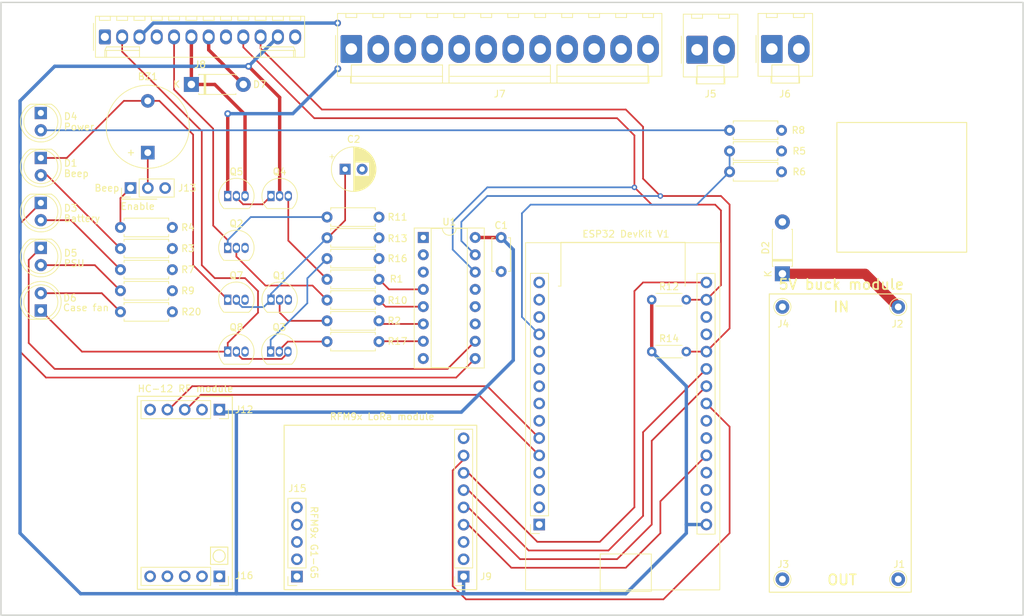
<source format=kicad_pcb>
(kicad_pcb (version 20211014) (generator pcbnew)
  (title_block (title "Greenhouse control unit") (date "2022-10-30") (rev "2"))
  (layers (0 "F.Cu" signal) (1 "In1.Cu" signal) (2 "In2.Cu" signal) (31 "B.Cu" signal) (34 "B.Paste" user) (35 "F.Paste" user) (36 "B.SilkS" user "B.Silkscreen") (37 "F.SilkS" user "F.Silkscreen") (38 "B.Mask" user) (39 "F.Mask" user) (44 "Edge.Cuts" user))
  (net 0 "")
  (net 1 "GND")
  (net 2 "Net-(BZ1-Pad1)")
  (net 3 "+5V")
  (net 4 "Net-(D3-Pad2)")
  (net 5 "+3V3")
  (net 6 "/HC12_SET")
  (net 7 "Net-(C2-Pad1)")
  (net 8 "Net-(D5-Pad2)")
  (net 9 "Net-(D6-Pad2)")
  (net 13 "/RFM95_EN")
  (net 14 "/RFM95_RST")
  (net 25 "/CaseFan_Sink")
  (net 26 "Net-(D1-Pad2)")
  (net 27 "Net-(D4-Pad2)")
  (net 29 "/Buck+12V")
  (net 30 "+12V")
  (net 31 "/BattRelayNC_A")
  (net 33 "/IO_PsuRelay_EN")
  (net 34 "/IO_BatteryLed")
  (net 35 "/IO_PsuLed")
  (net 36 "/IO_Batt_EN")
  (net 37 "Net-(J13-Pad1)")
  (net 38 "/IO_Beep")
  (net 39 "/IO_CaseFan_EN")
  (net 41 "/Batt+12V")
  (net 42 "Net-(BZ1-Pad2)")
  (net 43 "Net-(Q3-Pad1)")
  (net 44 "Net-(Q4-Pad1)")
  (net 45 "Net-(Q1-Pad2)")
  (net 46 "Net-(Q3-Pad2)")
  (net 47 "/I2C_SDA")
  (net 48 "/I2C_SCL")
  (net 49 "/RFM95_IRQ")
  (net 50 "/SCLK")
  (net 51 "/MISO")
  (net 52 "/MOSI")
  (net 53 "/RFM95_CS")
  (net 59 "Net-(Q3-Pad3)")
  (net 69 "/HC12_RX")
  (net 70 "/HC12_TX")
  (net 74 "/VSense")
  (net 75 "Net-(Q4-Pad3)")
  (net 76 "Net-(Q2-Pad2)")
  (net 77 "/PsuRelayNC_IN")
  (footprint "Connector_PinHeader_2.54mm:PinHeader_1x03_P2.54mm_Vertical" (layer "F.Cu") (at 91.1468 71.7296 90)
    (fp_text reference "J13" (at 0 8.3162) (layer "F.SilkS"))
    (fp_text value "Beep_Jumper")
    (fp_text user "Enable" (at -2.6924 1.0518 unlocked) (layer "F.SilkS"))
    (fp_text user "Beep" (at 0 -3.4694 unlocked) (layer "F.SilkS"))
    (pad "1" thru_hole rect (at 0 0 90) (size 1.7 1.7) (drill 1) (layers *.Cu *.Mask) (net 37 "Net-(J13-Pad1)"))
    (pad "2" thru_hole oval (at 0 2.54 90) (size 1.7 1.7) (drill 1) (layers *.Cu *.Mask) (net 2 "Net-(BZ1-Pad1)"))
    (pad "3" thru_hole oval (at 0 5.08 90) (size 1.7 1.7) (drill 1) (layers *.Cu *.Mask))
  )
  (footprint "Connector_Pin:Pin_D1.0mm_L10.0mm" (layer "F.Cu") (at 186.8216 129.1925 180)
    (fp_text reference "J3" (at -0.1224 2.1925) (layer "F.SilkS"))
    (fp_text value "Buck_Conn_01x01_Female")
    (pad "1" thru_hole circle (at 0 0 180) (size 2 2) (drill 1) (layers *.Cu *.Mask) (net 1 "GND"))
  )
  (footprint "MountingHole:MountingHole_3mm" (layer "F.Cu") (at 77.1356 129.4645)
    (fp_text reference "H3" hide)
    (fp_text value "MountingHole")
    (pad "" np_thru_hole circle locked (at 0 0) (size 3 3) (drill 3) (layers *.Cu *.Mask))
  )
  (footprint "LED_THT:LED_D5.0mm" (layer "F.Cu") (at 77.978 60.706 -90)
    (fp_text reference "D4" (at 0.508 -3.302 180) (layer "F.SilkS") (effects (justify left)))
    (fp_text value "LED")
    (fp_text user "${Purpose}" (at 2.032 -3.302 unlocked) (layer "F.SilkS") (effects (justify left)))
    (pad "1" thru_hole rect (at 0 0 270) (size 1.8 1.8) (drill 0.9) (layers *.Cu *.Mask) (net 1 "GND"))
    (pad "2" thru_hole circle (at 2.54 0 270) (size 1.8 1.8) (drill 0.9) (layers *.Cu *.Mask) (net 27 "Net-(D4-Pad2)"))
  )
  (footprint "Connector_Pin:Pin_D1.0mm_L10.0mm" (layer "F.Cu") (at 203.8216 89.1925 180)
    (fp_text reference "J2" (at 0.1136 -2.5015) (layer "F.SilkS"))
    (fp_text value "Buck_Conn_01x01_Female")
    (pad "1" thru_hole circle (at 0 0 180) (size 2 2) (drill 1) (layers *.Cu *.Mask) (net 29 "/Buck+12V"))
  )
  (footprint "Connector_Pin:Pin_D1.0mm_L10.0mm" (layer "F.Cu") (at 203.8216 129.1925 180)
    (fp_text reference "J1" (at -0.1404 2.1925) (layer "F.SilkS"))
    (fp_text value "Buck_Conn_01x01_Female")
    (pad "1" thru_hole circle (at 0 0 180) (size 2 2) (drill 1) (layers *.Cu *.Mask) (net 3 "+5V"))
  )
  (footprint "LED_THT:LED_D5.0mm" (layer "F.Cu") (at 77.978 80.518 -90)
    (fp_text reference "D5" (at 0.762 -3.302 180) (layer "F.SilkS") (effects (justify left)))
    (fp_text value "LED")
    (fp_text user "${Purpose}" (at 2.286 -3.302 unlocked) (layer "F.SilkS") (effects (justify left)))
    (pad "1" thru_hole rect (at 0 0 270) (size 1.8 1.8) (drill 0.9) (layers *.Cu *.Mask) (net 35 "/IO_PsuLed"))
    (pad "2" thru_hole circle (at 2.54 0 270) (size 1.8 1.8) (drill 0.9) (layers *.Cu *.Mask) (net 8 "Net-(D5-Pad2)"))
  )
  (footprint "Resistor_THT:R_Axial_DIN0207_L6.3mm_D2.5mm_P7.62mm_Horizontal" (layer "F.Cu") (at 119.9896 82.0928)
    (fp_text reference "R16" (at 8.7884 0) (layer "F.SilkS") (effects (justify left)))
    (fp_text value "1k")
    (pad "1" thru_hole circle (at 0 0) (size 1.6 1.6) (drill 0.8) (layers *.Cu *.Mask) (net 43 "Net-(Q3-Pad1)"))
    (pad "2" thru_hole oval (at 7.62 0) (size 1.6 1.6) (drill 0.8) (layers *.Cu *.Mask) (net 3 "+5V"))
  )
  (footprint "Connector_PinSocket_2.54mm:PinSocket_1x05_P2.54mm_Vertical" (layer "F.Cu") (at 104.177 128.769 -90)
    (fp_text reference "J16" (at -0.107 -3.646 180) (layer "F.SilkS"))
    (fp_text value "Conn_01x05_Female")
    (pad "1" thru_hole rect (at 0 0 270) (size 1.7 1.7) (drill 1) (layers *.Cu *.Mask))
    (pad "2" thru_hole oval (at 0 2.54 270) (size 1.7 1.7) (drill 1) (layers *.Cu *.Mask))
    (pad "3" thru_hole oval (at 0 5.08 270) (size 1.7 1.7) (drill 1) (layers *.Cu *.Mask))
    (pad "4" thru_hole oval (at 0 7.62 270) (size 1.7 1.7) (drill 1) (layers *.Cu *.Mask))
    (pad "5" thru_hole oval (at 0 10.16 270) (size 1.7 1.7) (drill 1) (layers *.Cu *.Mask))
  )
  (footprint "Package_TO_SOT_THT:TO-92_Inline" (layer "F.Cu") (at 111.76 88.138)
    (fp_text reference "Q1" (at 1.27 -3.56) (layer "F.SilkS"))
    (fp_text value "BC547")
    (pad "1" thru_hole rect (at 0 0) (size 1.05 1.5) (drill 0.75) (layers *.Cu *.Mask) (net 7 "Net-(C2-Pad1)"))
    (pad "2" thru_hole oval (at 1.27 0) (size 1.05 1.5) (drill 0.75) (layers *.Cu *.Mask) (net 45 "Net-(Q1-Pad2)"))
    (pad "3" thru_hole oval (at 2.54 0) (size 1.05 1.5) (drill 0.75) (layers *.Cu *.Mask) (net 1 "GND"))
  )
  (footprint "Resistor_THT:R_Axial_DIN0207_L6.3mm_D2.5mm_P7.62mm_Horizontal" (layer "F.Cu") (at 127.6096 91.2368 180)
    (fp_text reference "R2" (at -1.1684 0) (layer "F.SilkS") (effects (justify left)))
    (fp_text value "33k")
    (pad "1" thru_hole circle (at 0 0 180) (size 1.6 1.6) (drill 0.8) (layers *.Cu *.Mask) (net 38 "/IO_Beep"))
    (pad "2" thru_hole oval (at 7.62 0 180) (size 1.6 1.6) (drill 0.8) (layers *.Cu *.Mask) (net 45 "Net-(Q1-Pad2)"))
  )
  (footprint "Resistor_THT:R_Axial_DIN0207_L6.3mm_D2.5mm_P7.62mm_Horizontal" (layer "F.Cu") (at 186.69 66.294 180)
    (fp_text reference "R5" (at -1.524 0 180) (layer "F.SilkS") (effects (justify left)))
    (fp_text value "1M")
    (pad "1" thru_hole circle (at 0 0 180) (size 1.6 1.6) (drill 0.8) (layers *.Cu *.Mask) (net 30 "+12V"))
    (pad "2" thru_hole oval (at 7.62 0 180) (size 1.6 1.6) (drill 0.8) (layers *.Cu *.Mask) (net 74 "/VSense"))
  )
  (footprint "Capacitor_THT:C_Disc_D4.7mm_W2.5mm_P5.00mm" (layer "F.Cu") (at 145.542 78.994 -90)
    (fp_text reference "C1" (at -1.778 0 180) (layer "F.SilkS"))
    (fp_text value "10nF")
    (pad "1" thru_hole circle (at 0 0 270) (size 1.6 1.6) (drill 0.8) (layers *.Cu *.Mask) (net 5 "+3V3"))
    (pad "2" thru_hole circle (at 5 0 270) (size 1.6 1.6) (drill 0.8) (layers *.Cu *.Mask) (net 1 "GND"))
  )
  (footprint "Connector_Molex:Molex_KK-396_A-41791-0002_1x02_P3.96mm_Vertical" (layer "F.Cu") (at 185.27 51.308)
    (fp_text reference "J6" (at 1.928 6.604) (layer "F.SilkS"))
    (fp_text value "Molex_KK-396_01x02")
    (pad "1" thru_hole roundrect (at 0 0) (size 3.16 4.1) (drill 1.7) (layers *.Cu *.Mask) (roundrect_rratio 0.079114) (net 41 "/Batt+12V"))
    (pad "2" thru_hole oval (at 3.96 0) (size 3.16 4.1) (drill 1.7) (layers *.Cu *.Mask) (net 1 "GND"))
  )
  (footprint "Connector_Molex:Molex_KK-254_AE-6410-12A_1x12_P2.54mm_Vertical" (layer "F.Cu") (at 87.376 49.53)
    (fp_text reference "J8" (at 13.97 4.064) (layer "F.SilkS"))
    (fp_text value "Molex_KK-254_01x12")
    (pad "1" thru_hole roundrect (at 0 0) (size 1.74 2.19) (drill 1.19) (layers *.Cu *.Mask) (roundrect_rratio 0.143678) (net 3 "+5V"))
    (pad "2" thru_hole oval (at 2.54 0) (size 1.74 2.19) (drill 1.19) (layers *.Cu *.Mask) (net 25 "/CaseFan_Sink"))
    (pad "3" thru_hole oval (at 5.08 0) (size 1.74 2.19) (drill 1.19) (layers *.Cu *.Mask) (net 30 "+12V"))
    (pad "4" thru_hole oval (at 7.62 0) (size 1.74 2.19) (drill 1.19) (layers *.Cu *.Mask) (net 1 "GND"))
    (pad "5" thru_hole oval (at 10.16 0) (size 1.74 2.19) (drill 1.19) (layers *.Cu *.Mask) (net 77 "/PsuRelayNC_IN"))
    (pad "6" thru_hole oval (at 12.7 0) (size 1.74 2.19) (drill 1.19) (layers *.Cu *.Mask) (net 31 "/BattRelayNC_A"))
    (pad "7" thru_hole oval (at 15.24 0) (size 1.74 2.19) (drill 1.19) (layers *.Cu *.Mask) (net 1 "GND"))
    (pad "8" thru_hole oval (at 17.78 0) (size 1.74 2.19) (drill 1.19) (layers *.Cu *.Mask))
    (pad "9" thru_hole oval (at 20.32 0) (size 1.74 2.19) (drill 1.19) (layers *.Cu *.Mask) (net 48 "/I2C_SCL"))
    (pad "10" thru_hole oval (at 22.86 0) (size 1.74 2.19) (drill 1.19) (layers *.Cu *.Mask) (net 47 "/I2C_SDA"))
    (pad "11" thru_hole oval (at 25.4 0) (size 1.74 2.19) (drill 1.19) (layers *.Cu *.Mask) (net 5 "+3V3"))
    (pad "12" thru_hole oval (at 27.94 0) (size 1.74 2.19) (drill 1.19) (layers *.Cu *.Mask) (net 1 "GND"))
  )
  (footprint "Resistor_THT:R_Axial_DIN0207_L6.3mm_D2.5mm_P7.62mm_Horizontal" (layer "F.Cu") (at 179.07 69.342)
    (fp_text reference "R6" (at 9.144 0 180) (layer "F.SilkS") (effects (justify left)))
    (fp_text value "220k")
    (pad "1" thru_hole circle (at 0 0) (size 1.6 1.6) (drill 0.8) (layers *.Cu *.Mask) (net 74 "/VSense"))
    (pad "2" thru_hole oval (at 7.62 0) (size 1.6 1.6) (drill 0.8) (layers *.Cu *.Mask) (net 1 "GND"))
  )
  (footprint "Resistor_THT:R_Axial_DIN0207_L6.3mm_D2.5mm_P7.62mm_Horizontal" (layer "F.Cu") (at 127.6096 79.0448 180)
    (fp_text reference "R13" (at -1.1684 -0.1016) (layer "F.SilkS") (effects (justify left)))
    (fp_text value "1k")
    (pad "1" thru_hole circle (at 0 0 180) (size 1.6 1.6) (drill 0.8) (layers *.Cu *.Mask) (net 3 "+5V"))
    (pad "2" thru_hole oval (at 7.62 0 180) (size 1.6 1.6) (drill 0.8) (layers *.Cu *.Mask) (net 7 "Net-(C2-Pad1)"))
  )
  (footprint "Package_TO_SOT_THT:TO-92_Inline" (layer "F.Cu") (at 105.41 95.758)
    (fp_text reference "Q8" (at 1.27 -3.556 180) (layer "F.SilkS"))
    (fp_text value "BC337")
    (pad "1" thru_hole rect (at 0 0) (size 1.05 1.5) (drill 0.75) (layers *.Cu *.Mask) (net 25 "/CaseFan_Sink"))
    (pad "2" thru_hole oval (at 1.27 0) (size 1.05 1.5) (drill 0.75) (layers *.Cu *.Mask) (net 59 "Net-(Q3-Pad3)"))
    (pad "3" thru_hole oval (at 2.54 0) (size 1.05 1.5) (drill 0.75) (layers *.Cu *.Mask) (net 1 "GND"))
  )
  (footprint "Capacitor_THT:CP_Radial_D6.3mm_P2.50mm" (layer "F.Cu") (at 122.642621 68.961)
    (fp_text reference "C2" (at 1.25 -4.4) (layer "F.SilkS"))
    (fp_text value "100uF")
    (pad "1" thru_hole rect (at 0 0) (size 1.6 1.6) (drill 0.8) (layers *.Cu *.Mask) (net 7 "Net-(C2-Pad1)"))
    (pad "2" thru_hole circle (at 2.5 0) (size 1.6 1.6) (drill 0.8) (layers *.Cu *.Mask) (net 1 "GND"))
  )
  (footprint "Connector_Pin:Pin_D1.0mm_L10.0mm" (layer "F.Cu") (at 186.8216 89.1925 180)
    (fp_text reference "J4" (at -0.1224 -2.5015) (layer "F.SilkS"))
    (fp_text value "Buck_Conn_01x01_Female")
    (pad "1" thru_hole circle (at 0 0 180) (size 2 2) (drill 1) (layers *.Cu *.Mask) (net 1 "GND"))
  )
  (footprint "LED_THT:LED_D5.0mm" (layer "F.Cu") (at 77.978 89.7178 90)
    (fp_text reference "D6" (at 1.8338 4.2672 180) (layer "F.SilkS"))
    (fp_text value "LED")
    (fp_text user "${Purpose}" (at 0.4114 3.175 unlocked) (layer "F.SilkS") (effects (justify left)))
    (pad "1" thru_hole rect (at 0 0 90) (size 1.8 1.8) (drill 0.9) (layers *.Cu *.Mask) (net 25 "/CaseFan_Sink"))
    (pad "2" thru_hole circle (at 2.54 0 90) (size 1.8 1.8) (drill 0.9) (layers *.Cu *.Mask) (net 9 "Net-(D6-Pad2)"))
  )
  (footprint "Diode_THT:D_DO-41_SOD81_P7.62mm_Horizontal" (layer "F.Cu") (at 186.817 84.328 90)
    (fp_text reference "D2" (at 3.81 -2.47 90) (layer "F.SilkS"))
    (fp_text value "D")
    (fp_text user "K" (at 0 -2.1 90) (layer "F.SilkS"))
    (pad "1" thru_hole rect (at 0 0 90) (size 2.2 2.2) (drill 1.1) (layers *.Cu *.Mask) (net 29 "/Buck+12V"))
    (pad "2" thru_hole oval (at 7.62 0 90) (size 2.2 2.2) (drill 1.1) (layers *.Cu *.Mask) (net 30 "+12V"))
  )
  (footprint "Connector_PinSocket_2.54mm:PinSocket_1x05_P2.54mm_Vertical" (layer "F.Cu") (at 104.177 104.278 -90)
    (fp_text reference "J12" (at 0 -3.646 180) (layer "F.SilkS"))
    (fp_text value "Conn_01x05_Female")
    (fp_text user "${Module}" (at -3.0734 4.9715 unlocked) (layer "F.SilkS"))
    (pad "1" thru_hole rect (at 0 0 270) (size 1.7 1.7) (drill 1) (layers *.Cu *.Mask) (net 5 "+3V3"))
    (pad "2" thru_hole oval (at 0 2.54 270) (size 1.7 1.7) (drill 1) (layers *.Cu *.Mask) (net 1 "GND"))
    (pad "3" thru_hole oval (at 0 5.08 270) (size 1.7 1.7) (drill 1) (layers *.Cu *.Mask) (net 69 "/HC12_RX"))
    (pad "4" thru_hole oval (at 0 7.62 270) (size 1.7 1.7) (drill 1) (layers *.Cu *.Mask) (net 70 "/HC12_TX"))
    (pad "5" thru_hole oval (at 0 10.16 270) (size 1.7 1.7) (drill 1) (layers *.Cu *.Mask) (net 6 "/HC12_SET"))
  )
  (footprint "Resistor_THT:R_Axial_DIN0207_L6.3mm_D2.5mm_P7.62mm_Horizontal" (layer "F.Cu") (at 97.282 89.916 180)
    (fp_text reference "R20" (at -2.794 0) (layer "F.SilkS"))
    (fp_text value "2k")
    (pad "1" thru_hole circle (at 0 0 180) (size 1.6 1.6) (drill 0.8) (layers *.Cu *.Mask) (net 3 "+5V"))
    (pad "2" thru_hole oval (at 7.62 0 180) (size 1.6 1.6) (drill 0.8) (layers *.Cu *.Mask) (net 9 "Net-(D6-Pad2)"))
  )
  (footprint "Nick:PinSocket_ESP32_DevKitV1" (layer "F.Cu") (at 163.83 103.378)
    (fp_text reference "J10" hide)
    (fp_text value "Conn_ESP32_DevKitV1_Female")
    (fp_text user "ESP32 DevKit V1" (at 0.024 -24.892 unlocked) (layer "F.SilkS"))
    (pad "1" thru_hole rect (at -12.7 17.78 180) (size 1.7 1.7) (drill 1) (layers *.Cu *.Mask) (net 3 "+5V"))
    (pad "2" thru_hole oval (at -12.7 15.24 180) (size 1.7 1.7) (drill 1) (layers *.Cu *.Mask))
    (pad "3" thru_hole oval (at -12.7 12.7 180) (size 1.7 1.7) (drill 1) (layers *.Cu *.Mask))
    (pad "4" thru_hole oval (at -12.7 10.16 180) (size 1.7 1.7) (drill 1) (layers *.Cu *.Mask))
    (pad "5" thru_hole oval (at -12.7 7.62 180) (size 1.7 1.7) (drill 1) (layers *.Cu *.Mask) (net 69 "/HC12_RX"))
    (pad "6" thru_hole oval (at -12.7 5.08 180) (size 1.7 1.7) (drill 1) (layers *.Cu *.Mask) (net 70 "/HC12_TX"))
    (pad "7" thru_hole oval (at -12.7 2.54 180) (size 1.7 1.7) (drill 1) (layers *.Cu *.Mask))
    (pad "8" thru_hole oval (at -12.7 0 180) (size 1.7 1.7) (drill 1) (layers *.Cu *.Mask))
    (pad "9" thru_hole oval (at -12.7 -2.54 180) (size 1.7 1.7) (drill 1) (layers *.Cu *.Mask))
    (pad "10" thru_hole oval (at -12.7 -5.08 180) (size 1.7 1.7) (drill 1) (layers *.Cu *.Mask))
    (pad "11" thru_hole oval (at -12.7 -7.62 180) (size 1.7 1.7) (drill 1) (layers *.Cu *.Mask))
    (pad "12" thru_hole oval (at -12.7 -10.16 180) (size 1.7 1.7) (drill 1) (layers *.Cu *.Mask) (net 74 "/VSense"))
    (pad "13" thru_hole oval (at -12.7 -12.7 180) (size 1.7 1.7) (drill 1) (layers *.Cu *.Mask))
    (pad "14" thru_hole oval (at -12.7 -15.24 180) (size 1.7 1.7) (drill 1) (layers *.Cu *.Mask))
    (pad "15" thru_hole oval (at -12.7 -17.78 180) (size 1.7 1.7) (drill 1) (layers *.Cu *.Mask))
    (pad "16" thru_hole oval (at 11.83 17.78) (size 1.7 1.7) (drill 1) (layers *.Cu *.Mask) (net 5 "+3V3"))
    (pad "17" thru_hole oval (at 11.83 15.24) (size 1.7 1.7) (drill 1) (layers *.Cu *.Mask))
    (pad "18" thru_hole oval (at 11.83 12.7) (size 1.7 1.7) (drill 1) (layers *.Cu *.Mask))
    (pad "19" thru_hole oval (at 11.83 10.16) (size 1.7 1.7) (drill 1) (layers *.Cu *.Mask))
    (pad "20" thru_hole oval (at 11.83 7.62) (size 1.7 1.7) (drill 1) (layers *.Cu *.Mask) (net 49 "/RFM95_IRQ"))
    (pad "21" thru_hole oval (at 11.83 5.08) (size 1.7 1.7) (drill 1) (layers *.Cu *.Mask))
    (pad "22" thru_hole oval (at 11.83 2.54) (size 1.7 1.7) (drill 1) (layers *.Cu *.Mask))
    (pad "23" thru_hole oval (at 11.83 0) (size 1.7 1.7) (drill 1) (layers *.Cu *.Mask) (net 53 "/RFM95_CS"))
    (pad "24" thru_hole oval (at 11.83 -2.54) (size 1.7 1.7) (drill 1) (layers *.Cu *.Mask) (net 50 "/SCLK"))
    (pad "25" thru_hole oval (at 11.83 -5.08) (size 1.7 1.7) (drill 1) (layers *.Cu *.Mask) (net 51 "/MISO"))
    (pad "26" thru_hole oval (at 11.83 -7.62) (size 1.7 1.7) (drill 1) (layers *.Cu *.Mask) (net 47 "/I2C_SDA"))
    (pad "27" thru_hole oval (at 11.83 -10.16) (size 1.7 1.7) (drill 1) (layers *.Cu *.Mask))
    (pad "28" thru_hole oval (at 11.83 -12.7) (size 1.7 1.7) (drill 1) (layers *.Cu *.Mask))
    (pad "29" thru_hole oval (at 11.83 -15.24) (size 1.7 1.7) (drill 1) (layers *.Cu *.Mask) (net 48 "/I2C_SCL"))
    (pad "30" thru_hole oval (at 11.83 -17.78) (size 1.7 1.7) (drill 1) (layers *.Cu *.Mask) (net 52 "/MOSI"))
  )
  (footprint "Package_TO_SOT_THT:TO-92_Inline" (layer "F.Cu") (at 105.41 80.518)
    (fp_text reference "Q2" (at 1.27 -3.56) (layer "F.SilkS"))
    (fp_text value "BC547")
    (pad "1" thru_hole rect (at 0 0) (size 1.05 1.5) (drill 0.75) (layers *.Cu *.Mask) (net 77 "/PsuRelayNC_IN"))
    (pad "2" thru_hole oval (at 1.27 0) (size 1.05 1.5) (drill 0.75) (layers *.Cu *.Mask) (net 76 "Net-(Q2-Pad2)"))
    (pad "3" thru_hole oval (at 2.54 0) (size 1.05 1.5) (drill 0.75) (layers *.Cu *.Mask) (net 1 "GND"))
  )
  (footprint "Package_TO_SOT_THT:TO-92_Inline" (layer "F.Cu") (at 111.7092 95.758)
    (fp_text reference "Q3" (at 1.27 -3.56) (layer "F.SilkS"))
    (fp_text value "BC547")
    (pad "1" thru_hole rect (at 0 0) (size 1.05 1.5) (drill 0.75) (layers *.Cu *.Mask) (net 43 "Net-(Q3-Pad1)"))
    (pad "2" thru_hole oval (at 1.27 0) (size 1.05 1.5) (drill 0.75) (layers *.Cu *.Mask) (net 46 "Net-(Q3-Pad2)"))
    (pad "3" thru_hole oval (at 2.54 0) (size 1.05 1.5) (drill 0.75) (layers *.Cu *.Mask) (net 59 "Net-(Q3-Pad3)"))
  )
  (footprint "Package_DIP:DIP-16_W7.62mm_Socket" (layer "F.Cu") (at 134.112 78.994)
    (fp_text reference "U1" (at 3.81 -2.286 180) (layer "F.SilkS"))
    (fp_text value "PCF8574")
    (pad "1" thru_hole rect (at 0 0) (size 1.6 1.6) (drill 0.8) (layers *.Cu *.Mask) (net 1 "GND"))
    (pad "2" thru_hole oval (at 0 2.54) (size 1.6 1.6) (drill 0.8) (layers *.Cu *.Mask) (net 1 "GND"))
    (pad "3" thru_hole oval (at 0 5.08) (size 1.6 1.6) (drill 0.8) (layers *.Cu *.Mask) (net 1 "GND"))
    (pad "4" thru_hole oval (at 0 7.62) (size 1.6 1.6) (drill 0.8) (layers *.Cu *.Mask) (net 36 "/IO_Batt_EN"))
    (pad "5" thru_hole oval (at 0 10.16) (size 1.6 1.6) (drill 0.8) (layers *.Cu *.Mask) (net 33 "/IO_PsuRelay_EN"))
    (pad "6" thru_hole oval (at 0 12.7) (size 1.6 1.6) (drill 0.8) (layers *.Cu *.Mask) (net 38 "/IO_Beep"))
    (pad "7" thru_hole oval (at 0 15.24) (size 1.6 1.6) (drill 0.8) (layers *.Cu *.Mask) (net 39 "/IO_CaseFan_EN"))
    (pad "8" thru_hole oval (at 0 17.78) (size 1.6 1.6) (drill 0.8) (layers *.Cu *.Mask) (net 1 "GND"))
    (pad "9" thru_hole oval (at 7.62 17.78) (size 1.6 1.6) (drill 0.8) (layers *.Cu *.Mask) (net 34 "/IO_BatteryLed"))
    (pad "10" thru_hole oval (at 7.62 15.24) (size 1.6 1.6) (drill 0.8) (layers *.Cu *.Mask) (net 35 "/IO_PsuLed"))
    (pad "11" thru_hole oval (at 7.62 12.7) (size 1.6 1.6) (drill 0.8) (layers *.Cu *.Mask))
    (pad "12" thru_hole oval (at 7.62 10.16) (size 1.6 1.6) (drill 0.8) (layers *.Cu *.Mask))
    (pad "13" thru_hole oval (at 7.62 7.62) (size 1.6 1.6) (drill 0.8) (layers *.Cu *.Mask))
    (pad "14" thru_hole oval (at 7.62 5.08) (size 1.6 1.6) (drill 0.8) (layers *.Cu *.Mask) (net 48 "/I2C_SCL"))
    (pad "15" thru_hole oval (at 7.62 2.54) (size 1.6 1.6) (drill 0.8) (layers *.Cu *.Mask) (net 47 "/I2C_SDA"))
    (pad "16" thru_hole oval (at 7.62 0) (size 1.6 1.6) (drill 0.8) (layers *.Cu *.Mask) (net 5 "+3V3"))
  )
  (footprint "Connector_PinSocket_2.54mm:PinSocket_1x09_P2.54mm_Vertical" (layer "F.Cu") (at 140.0306 128.8038 180)
    (fp_text reference "J9" (at -3.282783 0 180) (layer "F.SilkS"))
    (fp_text value "Conn_01x09")
    (fp_text user "${Module}" (at 11.957217 23.495 unlocked) (layer "F.SilkS"))
    (pad "1" thru_hole rect (at 0 0 180) (size 1.7 1.7) (drill 1) (layers *.Cu *.Mask) (net 5 "+3V3"))
    (pad "2" thru_hole oval (at 0 2.54 180) (size 1.7 1.7) (drill 1) (layers *.Cu *.Mask) (net 1 "GND"))
    (pad "3" thru_hole oval (at 0 5.08 180) (size 1.7 1.7) (drill 1) (layers *.Cu *.Mask) (net 13 "/RFM95_EN"))
    (pad "4" thru_hole oval (at 0 7.62 180) (size 1.7 1.7) (drill 1) (layers *.Cu *.Mask) (net 49 "/RFM95_IRQ"))
    (pad "5" thru_hole oval (at 0 10.16 180) (size 1.7 1.7) (drill 1) (layers *.Cu *.Mask) (net 50 "/SCLK"))
    (pad "6" thru_hole oval (at 0 12.7 180) (size 1.7 1.7) (drill 1) (layers *.Cu *.Mask) (net 51 "/MISO"))
    (pad "7" thru_hole oval (at 0 15.24 180) (size 1.7 1.7) (drill 1) (layers *.Cu *.Mask) (net 52 "/MOSI"))
    (pad "8" thru_hole oval (at 0 17.78 180) (size 1.7 1.7) (drill 1) (layers *.Cu *.Mask) (net 53 "/RFM95_CS"))
    (pad "9" thru_hole oval (at 0 20.32 180) (size 1.7 1.7) (drill 1) (layers *.Cu *.Mask) (net 14 "/RFM95_RST"))
  )
  (footprint "Buzzer_Beeper:Buzzer_12x9.5RM7.6" (layer "F.Cu") (at 93.6752 66.528 90)
    (fp_text reference "BZ1" (at 11.166 0) (layer "F.SilkS"))
    (fp_text value "10mA beep")
    (fp_text user "+" (at -0.01 -2.54 90) (layer "F.SilkS"))
    (pad "1" thru_hole rect (at 0 0 90) (size 2 2) (drill 1) (layers *.Cu *.Mask) (net 2 "Net-(BZ1-Pad1)"))
    (pad "2" thru_hole circle (at 7.6 0 90) (size 2 2) (drill 1) (layers *.Cu *.Mask) (net 42 "Net-(BZ1-Pad2)"))
  )
  (footprint "Package_TO_SOT_THT:TO-92_Inline" (layer "F.Cu") (at 111.76 72.898)
    (fp_text reference "Q4" (at 1.27 -3.56) (layer "F.SilkS"))
    (fp_text value "BC547")
    (pad "1" thru_hole rect (at 0 0) (size 1.05 1.5) (drill 0.75) (layers *.Cu *.Mask) (net 44 "Net-(Q4-Pad1)"))
    (pad "2" thru_hole oval (at 1.27 0) (size 1.05 1.5) (drill 0.75) (layers *.Cu *.Mask) (net 5 "+3V3"))
    (pad "3" thru_hole oval (at 2.54 0) (size 1.05 1.5) (drill 0.75) (layers *.Cu *.Mask) (net 75 "Net-(Q4-Pad3)"))
  )
  (footprint "Resistor_THT:R_Axial_DIN0207_L6.3mm_D2.5mm_P7.62mm_Horizontal" (layer "F.Cu") (at 127.6096 75.9968 180)
    (fp_text reference "R11" (at -1.1684 0 180) (layer "F.SilkS") (effects (justify left)))
    (fp_text value "1k")
    (pad "1" thru_hole circle (at 0 0 180) (size 1.6 1.6) (drill 0.8) (layers *.Cu *.Mask) (net 3 "+5V"))
    (pad "2" thru_hole oval (at 7.62 0 180) (size 1.6 1.6) (drill 0.8) (layers *.Cu *.Mask) (net 77 "/PsuRelayNC_IN"))
  )
  (footprint "Resistor_THT:R_Axial_DIN0204_L3.6mm_D1.6mm_P5.08mm_Horizontal" (layer "F.Cu") (at 167.64 88.138)
    (fp_text reference "R12" (at 2.54 -1.92) (layer "F.SilkS"))
    (fp_text value "10k")
    (pad "1" thru_hole circle (at 0 0) (size 1.4 1.4) (drill 0.7) (layers *.Cu *.Mask) (net 5 "+3V3"))
    (pad "2" thru_hole oval (at 5.08 0) (size 1.4 1.4) (drill 0.7) (layers *.Cu *.Mask) (net 48 "/I2C_SCL"))
  )
  (footprint "Resistor_THT:R_Axial_DIN0204_L3.6mm_D1.6mm_P5.08mm_Horizontal" (layer "F.Cu") (at 167.64 95.758)
    (fp_text reference "R14" (at 2.54 -1.92) (layer "F.SilkS"))
    (fp_text value "10k")
    (pad "1" thru_hole circle (at 0 0) (size 1.4 1.4) (drill 0.7) (layers *.Cu *.Mask) (net 5 "+3V3"))
    (pad "2" thru_hole oval (at 5.08 0) (size 1.4 1.4) (drill 0.7) (layers *.Cu *.Mask) (net 47 "/I2C_SDA"))
  )
  (footprint "Resistor_THT:R_Axial_DIN0207_L6.3mm_D2.5mm_P7.62mm_Horizontal" (layer "F.Cu") (at 186.69 63.246 180)
    (fp_text reference "R8" (at -1.397 0 180) (layer "F.SilkS") (effects (justify left)))
    (fp_text value "10k")
    (pad "1" thru_hole circle (at 0 0 180) (size 1.6 1.6) (drill 0.8) (layers *.Cu *.Mask) (net 30 "+12V"))
    (pad "2" thru_hole oval (at 7.62 0 180) (size 1.6 1.6) (drill 0.8) (layers *.Cu *.Mask) (net 27 "Net-(D4-Pad2)"))
  )
  (footprint "Connector_PinSocket_2.54mm:PinSocket_1x05_P2.54mm_Vertical" (layer "F.Cu") (at 115.57 128.7988 180)
    (fp_text reference "J15" (at -0.057383 12.949 180) (layer "F.SilkS"))
    (fp_text value "Conn_01x05_Female")
    (fp_text user "${Module}" (at -2.5146 5.0038 270 unlocked) (layer "F.SilkS"))
    (pad "1" thru_hole rect (at 0 0 180) (size 1.7 1.7) (drill 1) (layers *.Cu *.Mask))
    (pad "2" thru_hole oval (at 0 2.54 180) (size 1.7 1.7) (drill 1) (layers *.Cu *.Mask))
    (pad "3" thru_hole oval (at 0 5.08 180) (size 1.7 1.7) (drill 1) (layers *.Cu *.Mask))
    (pad "4" thru_hole oval (at 0 7.62 180) (size 1.7 1.7) (drill 1) (layers *.Cu *.Mask))
    (pad "5" thru_hole oval (at 0 10.16 180) (size 1.7 1.7) (drill 1) (layers *.Cu *.Mask))
  )
  (footprint "Resistor_THT:R_Axial_DIN0207_L6.3mm_D2.5mm_P7.62mm_Horizontal" (layer "F.Cu") (at 127.6096 94.2848 180)
    (fp_text reference "R17" (at -1.1684 0.0508) (layer "F.SilkS") (effects (justify left)))
    (fp_text value "33k")
    (pad "1" thru_hole circle (at 0 0 180) (size 1.6 1.6) (drill 0.8) (layers *.Cu *.Mask) (net 39 "/IO_CaseFan_EN"))
    (pad "2" thru_hole oval (at 7.62 0 180) (size 1.6 1.6) (drill 0.8) (layers *.Cu *.Mask) (net 46 "Net-(Q3-Pad2)"))
  )
  (footprint "Package_TO_SOT_THT:TO-92_Inline" (layer "F.Cu") (at 105.41 88.138)
    (fp_text reference "Q7" (at 1.27 -3.556) (layer "F.SilkS"))
    (fp_text value "BC337")
    (pad "1" thru_hole rect (at 0 0) (size 1.05 1.5) (drill 0.75) (layers *.Cu *.Mask) (net 42 "Net-(BZ1-Pad2)"))
    (pad "2" thru_hole oval (at 1.27 0) (size 1.05 1.5) (drill 0.75) (layers *.Cu *.Mask) (net 7 "Net-(C2-Pad1)"))
    (pad "3" thru_hole oval (at 2.54 0) (size 1.05 1.5) (drill 0.75) (layers *.Cu *.Mask) (net 1 "GND"))
  )
  (footprint "Connector_Molex:Molex_KK-396_A-41791-0002_1x02_P3.96mm_Vertical" (layer "F.Cu") (at 174.296 51.413)
    (fp_text reference "J5" (at 1.98 6.499) (layer "F.SilkS"))
    (fp_text value "Molex_KK-396_01x02")
    (pad "1" thru_hole roundrect (at 0 0) (size 3.16 4.1) (drill 1.7) (layers *.Cu *.Mask) (roundrect_rratio 0.079114) (net 30 "+12V"))
    (pad "2" thru_hole oval (at 3.96 0) (size 3.16 4.1) (drill 1.7) (layers *.Cu *.Mask) (net 1 "GND"))
  )
  (footprint "Resistor_THT:R_Axial_DIN0207_L6.3mm_D2.5mm_P7.62mm_Horizontal" (layer "F.Cu") (at 97.282 83.7184 180)
    (fp_text reference "R7" (at -2.286 0 180) (layer "F.SilkS"))
    (fp_text value "2k")
    (pad "1" thru_hole circle (at 0 0 180) (size 1.6 1.6) (drill 0.8) (layers *.Cu *.Mask) (net 3 "+5V"))
    (pad "2" thru_hole oval (at 7.62 0 180) (size 1.6 1.6) (drill 0.8) (layers *.Cu *.Mask) (net 4 "Net-(D3-Pad2)"))
  )
  (footprint "LED_THT:LED_D5.0mm" (layer "F.Cu") (at 77.978 67.31 -90)
    (fp_text reference "D1" (at 0.762 -3.302 180) (layer "F.SilkS") (effects (justify left)))
    (fp_text value "LED")
    (fp_text user "${Purpose}" (at 2.286 -3.302 unlocked) (layer "F.SilkS") (effects (justify left)))
    (pad "1" thru_hole rect (at 0 0 270) (size 1.8 1.8) (drill 0.9) (layers *.Cu *.Mask) (net 42 "Net-(BZ1-Pad2)"))
    (pad "2" thru_hole circle (at 2.54 0 270) (size 1.8 1.8) (drill 0.9) (layers *.Cu *.Mask) (net 26 "Net-(D1-Pad2)"))
  )
  (footprint "Resistor_THT:R_Axial_DIN0207_L6.3mm_D2.5mm_P7.62mm_Horizontal" (layer "F.Cu") (at 127.6096 88.1888 180)
    (fp_text reference "R10" (at -1.1684 -0.0508 180) (layer "F.SilkS") (effects (justify left)))
    (fp_text value "33k")
    (pad "1" thru_hole circle (at 0 0 180) (size 1.6 1.6) (drill 0.8) (layers *.Cu *.Mask) (net 33 "/IO_PsuRelay_EN"))
    (pad "2" thru_hole oval (at 7.62 0 180) (size 1.6 1.6) (drill 0.8) (layers *.Cu *.Mask) (net 76 "Net-(Q2-Pad2)"))
  )
  (footprint "Resistor_THT:R_Axial_DIN0207_L6.3mm_D2.5mm_P7.62mm_Horizontal" (layer "F.Cu") (at 127.6096 85.1408 180)
    (fp_text reference "R1" (at -2.5654 0.0508) (layer "F.SilkS"))
    (fp_text value "1k")
    (pad "1" thru_hole circle (at 0 0 180) (size 1.6 1.6) (drill 0.8) (layers *.Cu *.Mask) (net 36 "/IO_Batt_EN"))
    (pad "2" thru_hole oval (at 7.62 0 180) (size 1.6 1.6) (drill 0.8) (layers *.Cu *.Mask) (net 75 "Net-(Q4-Pad3)"))
  )
  (footprint "Resistor_THT:R_Axial_DIN0207_L6.3mm_D2.5mm_P7.62mm_Horizontal" (layer "F.Cu") (at 97.282 77.5208 180)
    (fp_text reference "R4" (at -2.286 0 180) (layer "F.SilkS"))
    (fp_text value "100R")
    (pad "1" thru_hole circle (at 0 0 180) (size 1.6 1.6) (drill 0.8) (layers *.Cu *.Mask) (net 3 "+5V"))
    (pad "2" thru_hole oval (at 7.62 0 180) (size 1.6 1.6) (drill 0.8) (layers *.Cu *.Mask) (net 37 "Net-(J13-Pad1)"))
  )
  (footprint "LED_THT:LED_D5.0mm" (layer "F.Cu") (at 77.978 73.914 -90)
    (fp_text reference "D3" (at 0.762 -3.302 180) (layer "F.SilkS") (effects (justify left)))
    (fp_text value "LED")
    (fp_text user "${Purpose}" (at 2.286 -3.302 unlocked) (layer "F.SilkS") (effects (justify left)))
    (pad "1" thru_hole rect (at 0 0 270) (size 1.8 1.8) (drill 0.9) (layers *.Cu *.Mask) (net 34 "/IO_BatteryLed"))
    (pad "2" thru_hole circle (at 2.54 0 270) (size 1.8 1.8) (drill 0.9) (layers *.Cu *.Mask) (net 4 "Net-(D3-Pad2)"))
  )
  (footprint "MountingHole:MountingHole_3mm" (layer "F.Cu") (at 77.1356 49.4645)
    (fp_text reference "H1" hide)
    (fp_text value "MountingHole")
    (pad "" np_thru_hole circle locked (at 0 0) (size 3 3) (drill 3) (layers *.Cu *.Mask))
  )
  (footprint "Diode_THT:D_DO-41_SOD81_P7.62mm_Horizontal" (layer "F.Cu") (at 100.076 56.515)
    (fp_text reference "D7" (at 10.033 0) (layer "F.SilkS"))
    (fp_text value "FR107")
    (fp_text user "K" (at -2.159 0) (layer "F.SilkS"))
    (pad "1" thru_hole rect (at 0 0) (size 2.2 2.2) (drill 1.1) (layers *.Cu *.Mask) (net 31 "/BattRelayNC_A"))
    (pad "2" thru_hole oval (at 7.62 0) (size 2.2 2.2) (drill 1.1) (layers *.Cu *.Mask) (net 1 "GND"))
  )
  (footprint "Connector_Molex:Molex_KK-396_A-41791-0012_1x12_P3.96mm_Vertical" (layer "F.Cu") (at 123.548 51.308)
    (fp_text reference "J7" (at 21.78 6.604) (layer "F.SilkS"))
    (fp_text value "Molex_KK-396_01x12")
    (pad "1" thru_hole roundrect (at 0 0) (size 3.16 4.1) (drill 1.7) (layers *.Cu *.Mask) (roundrect_rratio 0.079114) (net 30 "+12V"))
    (pad "2" thru_hole oval (at 3.96 0) (size 3.16 4.1) (drill 1.7) (layers *.Cu *.Mask) (net 1 "GND"))
    (pad "3" thru_hole oval (at 7.92 0) (size 3.16 4.1) (drill 1.7) (layers *.Cu *.Mask) (net 30 "+12V"))
    (pad "4" thru_hole oval (at 11.88 0) (size 3.16 4.1) (drill 1.7) (layers *.Cu *.Mask) (net 1 "GND"))
    (pad "5" thru_hole oval (at 15.84 0) (size 3.16 4.1) (drill 1.7) (layers *.Cu *.Mask) (net 30 "+12V"))
    (pad "6" thru_hole oval (at 19.8 0) (size 3.16 4.1) (drill 1.7) (layers *.Cu *.Mask) (net 1 "GND"))
    (pad "7" thru_hole oval (at 23.76 0) (size 3.16 4.1) (drill 1.7) (layers *.Cu *.Mask) (net 30 "+12V"))
    (pad "8" thru_hole oval (at 27.72 0) (size 3.16 4.1) (drill 1.7) (layers *.Cu *.Mask) (net 1 "GND"))
    (pad "9" thru_hole oval (at 31.68 0) (size 3.16 4.1) (drill 1.7) (layers *.Cu *.Mask) (net 30 "+12V"))
    (pad "10" thru_hole oval (at 35.64 0) (size 3.16 4.1) (drill 1.7) (layers *.Cu *.Mask) (net 1 "GND"))
    (pad "11" thru_hole oval (at 39.6 0) (size 3.16 4.1) (drill 1.7) (layers *.Cu *.Mask) (net 30 "+12V"))
    (pad "12" thru_hole oval (at 43.56 0) (size 3.16 4.1) (drill 1.7) (layers *.Cu *.Mask) (net 1 "GND"))
  )
  (footprint "MountingHole:MountingHole_3mm" (layer "F.Cu") (at 217.1356 49.4645)
    (fp_text reference "H2" hide)
    (fp_text value "MountingHole")
    (pad "" np_thru_hole circle locked (at 0 0) (size 3 3) (drill 3) (layers *.Cu *.Mask))
  )
  (footprint "Resistor_THT:R_Axial_DIN0207_L6.3mm_D2.5mm_P7.62mm_Horizontal" (layer "F.Cu") (at 97.282 80.6196 180)
    (fp_text reference "R3" (at -2.286 0 180) (layer "F.SilkS"))
    (fp_text value "2k")
    (pad "1" thru_hole circle (at 0 0 180) (size 1.6 1.6) (drill 0.8) (layers *.Cu *.Mask) (net 3 "+5V"))
    (pad "2" thru_hole oval (at 7.62 0 180) (size 1.6 1.6) (drill 0.8) (layers *.Cu *.Mask) (net 26 "Net-(D1-Pad2)"))
  )
  (footprint "Package_TO_SOT_THT:TO-92_Inline" (layer "F.Cu") (at 105.41 72.898)
    (fp_text reference "Q5" (at 1.27 -3.56) (layer "F.SilkS"))
    (fp_text value "2N3906")
    (pad "1" thru_hole rect (at 0 0) (size 1.05 1.5) (drill 0.75) (layers *.Cu *.Mask) (net 30 "+12V"))
    (pad "2" thru_hole oval (at 1.27 0) (size 1.05 1.5) (drill 0.75) (layers *.Cu *.Mask) (net 44 "Net-(Q4-Pad1)"))
    (pad "3" thru_hole oval (at 2.54 0) (size 1.05 1.5) (drill 0.75) (layers *.Cu *.Mask) (net 31 "/BattRelayNC_A"))
  )
  (footprint "MountingHole:MountingHole_3mm" (layer "F.Cu") (at 217.1356 129.4645)
    (fp_text reference "H4" hide)
    (fp_text value "MountingHole")
    (pad "" np_thru_hole circle locked (at 0 0) (size 3 3) (drill 3) (layers *.Cu *.Mask))
  )
  (footprint "Resistor_THT:R_Axial_DIN0207_L6.3mm_D2.5mm_P7.62mm_Horizontal" (layer "F.Cu") (at 97.282 86.8172 180)
    (fp_text reference "R9" (at -2.286 0 180) (layer "F.SilkS"))
    (fp_text value "2k")
    (pad "1" thru_hole circle (at 0 0 180) (size 1.6 1.6) (drill 0.8) (layers *.Cu *.Mask) (net 3 "+5V"))
    (pad "2" thru_hole oval (at 7.62 0 180) (size 1.6 1.6) (drill 0.8) (layers *.Cu *.Mask) (net 8 "Net-(D5-Pad2)"))
  )
  (gr_circle (center 104.1538 125.773425) (end 104.7888 126.408425) (layer "F.SilkS") (width 0.15) (fill none))
  (gr_rect (start 92.1443 102.3222) (end 106.0889 130.6686) (layer "F.SilkS") (width 0.15) (fill none))
  (gr_rect (start 105.4238 127.009) (end 102.8838 124.469) (layer "F.SilkS") (width 0.15) (fill none))
  (gr_line (start 94.9926 73.3552) (end 89.811 73.3552) (layer "F.SilkS") (width 0.15))
  (gr_rect (start 213.868 62.103) (end 194.818 81.153) (layer "F.SilkS") (width 0.15) (fill none))
  (gr_rect (start 141.9606 106.5738) (end 113.6904 130.7292) (layer "F.SilkS") (width 0.15) (fill none))
  (gr_rect (start 184.8986 87.2875) (end 205.7266 131.1025) (layer "F.SilkS") (width 0.15) (fill none))
  (gr_rect locked (start 72.1356 44.4645) (end 222.1356 134.4645) (layer "Edge.Cuts") (width 0.2) (fill none))
  (gr_text "OUT" (at 195.58 129.286) (layer "F.SilkS") (effects (font (size 1.5 1.5) (thickness 0.25))))
  (gr_text "5V buck module" (at 195.4576 85.8905) (layer "F.SilkS") (effects (font (size 1.5 1.5) (thickness 0.25))))
  (gr_text "IN" (at 195.4576 89.1925) (layer "F.SilkS") (effects (font (size 1.5 1.5) (thickness 0.25))))
  (segment (start 102.616 49.53) (end 102.616 51.435) (width 0.5) (layer "F.Cu") (net 1))
  (segment (start 102.616 51.435) (end 107.696 56.515) (width 0.5) (layer "F.Cu") (net 1))
  (segment (start 93.6752 66.528) (end 93.6752 71.718) (width 0.25) (layer "F.Cu") (net 2))
  (segment (start 82.3976 76.454) (end 77.978 76.454) (width 0.25) (layer "F.Cu") (net 4))
  (segment (start 89.662 83.7184) (end 82.3976 76.454) (width 0.25) (layer "F.Cu") (net 4))
  (segment (start 108.458 53.848) (end 113.03 58.42) (width 0.5) (layer "F.Cu") (net 5))
  (segment (start 141.732 78.994) (end 145.542 78.994) (width 0.5) (layer "F.Cu") (net 5))
  (segment (start 113.03 58.42) (end 113.03 72.898) (width 0.5) (layer "F.Cu") (net 5))
  (segment (start 167.64 88.138) (end 167.64 95.758) (width 0.5) (layer "F.Cu") (net 5))
  (via (at 108.458 53.848) (size 1) (drill 0.5) (layers "F.Cu" "B.Cu") (net 5))
  (segment (start 140.0306 128.8038) (end 140.0306 131.2414) (width 0.5) (layer "B.Cu") (net 5))
  (segment (start 172.72 100.838) (end 167.64 95.758) (width 0.5) (layer "B.Cu") (net 5))
  (segment (start 139.7 104.648) (end 147.32 97.028) (width 0.5) (layer "B.Cu") (net 5))
  (segment (start 163.83 131.318) (end 172.72 122.428) (width 0.5) (layer "B.Cu") (net 5))
  (segment (start 139.954 131.318) (end 106.68 131.318) (width 0.5) (layer "B.Cu") (net 5))
  (segment (start 140.0306 131.2414) (end 139.954 131.318) (width 0.5) (layer "B.Cu") (net 5))
  (segment (start 172.72 121.158) (end 172.72 100.838) (width 0.5) (layer "B.Cu") (net 5))
  (segment (start 106.68 104.648) (end 139.7 104.648) (width 0.5) (layer "B.Cu") (net 5))
  (segment (start 108.458 53.848) (end 112.776 49.53) (width 0.5) (layer "B.Cu") (net 5))
  (segment (start 80.01 53.848) (end 74.93 58.928) (width 0.5) (layer "B.Cu") (net 5))
  (segment (start 172.72 122.428) (end 172.72 121.158) (width 0.5) (layer "B.Cu") (net 5))
  (segment (start 106.68 104.648) (end 104.6788 104.648) (width 0.5) (layer "B.Cu") (net 5))
  (segment (start 147.32 97.028) (end 147.32 80.772) (width 0.5) (layer "B.Cu") (net 5))
  (segment (start 175.66 121.158) (end 172.72 121.158) (width 0.5) (layer "B.Cu") (net 5))
  (segment (start 74.93 122.428) (end 83.82 131.318) (width 0.5) (layer "B.Cu") (net 5))
  (segment (start 74.93 58.928) (end 74.93 122.428) (width 0.5) (layer "B.Cu") (net 5))
  (segment (start 139.954 131.318) (end 163.83 131.318) (width 0.5) (layer "B.Cu") (net 5))
  (segment (start 147.32 80.772) (end 145.542 78.994) (width 0.5) (layer "B.Cu") (net 5))
  (segment (start 108.458 53.848) (end 80.01 53.848) (width 0.5) (layer "B.Cu") (net 5))
  (segment (start 106.68 131.318) (end 106.68 104.648) (width 0.5) (layer "B.Cu") (net 5))
  (segment (start 83.82 131.318) (end 106.68 131.318) (width 0.5) (layer "B.Cu") (net 5))
  (segment (start 122.642621 76.478779) (end 120.0766 79.0448) (width 0.25) (layer "F.Cu") (net 7))
  (segment (start 122.642621 68.961) (end 122.642621 76.478779) (width 0.25) (layer "F.Cu") (net 7))
  (segment (start 119.9896 79.0448) (end 111.76 87.2744) (width 0.25) (layer "B.Cu") (net 7))
  (segment (start 110.68548 89.21252) (end 111.76 88.138) (width 0.25) (layer "B.Cu") (net 7))
  (segment (start 111.76 87.2744) (end 111.76 88.138) (width 0.25) (layer "B.Cu") (net 7))
  (segment (start 106.68 88.363) (end 107.52952 89.21252) (width 0.25) (layer "B.Cu") (net 7))
  (segment (start 107.52952 89.21252) (end 110.68548 89.21252) (width 0.25) (layer "B.Cu") (net 7))
  (segment (start 89.662 86.8172) (end 85.9028 83.058) (width 0.25) (layer "F.Cu") (net 8))
  (segment (start 85.9028 83.058) (end 77.978 83.058) (width 0.25) (layer "F.Cu") (net 8))
  (segment (start 77.978 87.1778) (end 86.9238 87.1778) (width 0.25) (layer "F.Cu") (net 9))
  (segment (start 86.9238 87.1778) (end 89.7128 89.9668) (width 0.25) (layer "F.Cu") (net 9))
  (segment (start 107.95 84.963) (end 109.855 86.868) (width 0.25) (layer "F.Cu") (net 25))
  (segment (start 103.505 84.963) (end 107.95 84.963) (width 0.25) (layer "F.Cu") (net 25))
  (segment (start 109.855 90.043) (end 105.41 94.488) (width 0.25) (layer "F.Cu") (net 25))
  (segment (start 84.0182 95.758) (end 77.978 89.7178) (width 0.25) (layer "F.Cu") (net 25))
  (segment (start 109.855 86.868) (end 109.855 90.043) (width 0.25) (layer "F.Cu") (net 25))
  (segment (start 105.41 94.488) (end 105.41 95.758) (width 0.25) (layer "F.Cu") (net 25))
  (segment (start 101.6 63.373) (end 101.6 83.058) (width 0.25) (layer "F.Cu") (net 25))
  (segment (start 101.6 83.058) (end 103.505 84.963) (width 0.25) (layer "F.Cu") (net 25))
  (segment (start 89.916 49.53) (end 89.916 51.689) (width 0.25) (layer "F.Cu") (net 25))
  (segment (start 89.916 51.689) (end 101.6 63.373) (width 0.25) (layer "F.Cu") (net 25))
  (segment (start 105.41 95.758) (end 84.0182 95.758) (width 0.25) (layer "F.Cu") (net 25))
  (segment (start 77.978 69.85) (end 78.8924 69.85) (width 0.25) (layer "F.Cu") (net 26))
  (segment (start 78.8924 69.85) (end 89.662 80.6196) (width 0.25) (layer "F.Cu") (net 26))
  (segment (start 77.978 63.246) (end 179.07 63.246) (width 0.25) (layer "B.Cu") (net 27))
  (segment (start 198.9571 84.328) (end 203.8216 89.1925) (width 1.5) (layer "F.Cu") (net 29))
  (segment (start 186.817 84.328) (end 198.9571 84.328) (width 1.5) (layer "F.Cu") (net 29))
  (segment (start 105.41 60.8076) (end 105.41 72.898) (width 0.5) (layer "F.Cu") (net 30))
  (via (at 121.5644 54.2036) (size 1) (drill 0.5) (layers "F.Cu" "B.Cu") (net 30))
  (via (at 121.539 47.498) (size 1) (drill 0.5) (layers "F.Cu" "B.Cu") (net 30))
  (via (at 105.41 60.8076) (size 1) (drill 0.5) (layers "F.Cu" "B.Cu") (net 30))
  (segment (start 105.41 60.8076) (end 114.9604 60.8076) (width 0.5) (layer "B.Cu") (net 30))
  (segment (start 114.9604 60.8076) (end 121.5644 54.2036) (width 0.5) (layer "B.Cu") (net 30))
  (segment (start 121.539 47.498) (end 94.488 47.498) (width 0.5) (layer "B.Cu") (net 30))
  (segment (start 94.488 47.498) (end 92.456 49.53) (width 0.5) (layer "B.Cu") (net 30))
  (segment (start 107.95 60.96) (end 103.505 56.515) (width 0.5) (layer "F.Cu") (net 31))
  (segment (start 103.505 56.515) (end 100.076 56.515) (width 0.5) (layer "F.Cu") (net 31))
  (segment (start 100.076 56.515) (end 100.076 49.53) (width 0.5) (layer "F.Cu") (net 31))
  (segment (start 107.95 72.898) (end 107.95 60.96) (width 0.5) (layer "F.Cu") (net 31))
  (segment (start 134.112 89.154) (end 128.5748 89.154) (width 0.25) (layer "F.Cu") (net 33))
  (segment (start 128.5748 89.154) (end 127.6096 88.1888) (width 0.25) (layer "F.Cu") (net 33))
  (segment (start 141.732 96.774) (end 138.938 99.568) (width 0.25) (layer "F.Cu") (net 34))
  (segment (start 74.93 76.962) (end 77.978 73.914) (width 0.25) (layer "F.Cu") (net 34))
  (segment (start 78.74 99.568) (end 74.93 95.758) (width 0.25) (layer "F.Cu") (net 34))
  (segment (start 74.93 95.758) (end 74.93 76.962) (width 0.25) (layer "F.Cu") (net 34))
  (segment (start 138.938 99.568) (end 78.74 99.568) (width 0.25) (layer "F.Cu") (net 34))
  (segment (start 137.668 98.298) (end 141.732 94.234) (width 0.25) (layer "F.Cu") (net 35))
  (segment (start 80.01 98.298) (end 137.668 98.298) (width 0.25) (layer "F.Cu") (net 35))
  (segment (start 76.2 82.296) (end 76.2 94.488) (width 0.25) (layer "F.Cu") (net 35))
  (segment (start 76.2 94.488) (end 80.01 98.298) (width 0.25) (layer "F.Cu") (net 35))
  (segment (start 77.978 80.518) (end 76.2 82.296) (width 0.25) (layer "F.Cu") (net 35))
  (segment (start 129.0828 86.614) (end 134.112 86.614) (width 0.25) (layer "F.Cu") (net 36))
  (segment (start 127.6096 85.1408) (end 129.0828 86.614) (width 0.25) (layer "F.Cu") (net 36))
  (segment (start 89.662 73.2144) (end 91.1502 71.7262) (width 0.25) (layer "F.Cu") (net 37))
  (segment (start 89.662 77.5208) (end 89.662 73.2144) (width 0.25) (layer "F.Cu") (net 37))
  (segment (start 134.112 91.694) (end 128.0668 91.694) (width 0.25) (layer "F.Cu") (net 38))
  (segment (start 134.112 94.234) (end 127.6604 94.234) (width 0.25) (layer "F.Cu") (net 39))
  (segment (start 100.33 83.058) (end 100.33 63.881) (width 0.25) (layer "F.Cu") (net 42))
  (segment (start 90.17 58.928) (end 93.6752 58.928) (width 0.25) (layer "F.Cu") (net 42))
  (segment (start 77.978 67.31) (end 81.788 67.31) (width 0.25) (layer "F.Cu") (net 42))
  (segment (start 100.33 63.881) (end 95.377 58.928) (width 0.25) (layer "F.Cu") (net 42))
  (segment (start 105.41 88.138) (end 100.33 83.058) (width 0.25) (layer "F.Cu") (net 42))
  (segment (start 95.377 58.928) (end 93.6752 58.928) (width 0.25) (layer "F.Cu") (net 42))
  (segment (start 81.788 67.31) (end 90.17 58.928) (width 0.25) (layer "F.Cu") (net 42))
  (segment (start 117.094 84.9884) (end 117.094 88.646) (width 0.25) (layer "B.Cu") (net 43))
  (segment (start 119.9896 82.0928) (end 117.094 84.9884) (width 0.25) (layer "B.Cu") (net 43))
  (segment (start 111.7092 94.0308) (end 111.7092 95.758) (width 0.25) (layer "B.Cu") (net 43))
  (segment (start 117.094 88.646) (end 111.7092 94.0308) (width 0.25) (layer "B.Cu") (net 43))
  (segment (start 107.6742 74.1172) (end 110.5408 74.1172) (width 0.25) (layer "F.Cu") (net 44))
  (segment (start 106.68 73.123) (end 107.6742 74.1172) (width 0.25) (layer "F.Cu") (net 44))
  (segment (start 110.5408 74.1172) (end 111.76 72.898) (width 0.25) (layer "F.Cu") (net 44))
  (segment (start 113.03 90.0176) (end 113.03 88.138) (width 0.25) (layer "F.Cu") (net 45))
  (segment (start 119.9896 91.2368) (end 114.2492 91.2368) (width 0.25) (layer "F.Cu") (net 45))
  (segment (start 114.2492 91.2368) (end 113.03 90.0176) (width 0.25) (layer "F.Cu") (net 45))
  (segment (start 114.2274 94.2848) (end 112.9792 95.533) (width 0.25) (layer "F.Cu") (net 46))
  (segment (start 119.9896 94.2848) (end 114.2274 94.2848) (width 0.25) (layer "F.Cu") (net 46))
  (segment (start 175.66 95.758) (end 172.72 95.758) (width 0.25) (layer "F.Cu") (net 47))
  (segment (start 119.2276 60.198) (end 110.236 51.2064) (width 0.25) (layer "F.Cu") (net 47))
  (segment (start 177.8 72.898) (end 179.07 74.168) (width 0.25) (layer "F.Cu") (net 47))
  (segment (start 163.83 60.198) (end 119.2276 60.198) (width 0.25) (layer "F.Cu") (net 47))
  (segment (start 166.37 62.738) (end 163.83 60.198) (width 0.25) (layer "F.Cu") (net 47))
  (segment (start 166.37 70.358) (end 166.37 62.738) (width 0.25) (layer "F.Cu") (net 47))
  (segment (start 168.91 72.898) (end 166.37 70.358) (width 0.25) (layer "F.Cu") (net 47))
  (segment (start 179.07 74.168) (end 179.07 92.348) (width 0.25) (layer "F.Cu") (net 47))
  (segment (start 110.236 51.2064) (end 110.236 49.53) (width 0.25) (layer "F.Cu") (net 47))
  (segment (start 168.91 72.898) (end 177.8 72.898) (width 0.25) (layer "F.Cu") (net 47))
  (segment (start 179.07 92.348) (end 175.66 95.758) (width 0.25) (layer "F.Cu") (net 47))
  (via (at 168.91 72.898) (size 0.8) (drill 0.4) (layers "F.Cu" "B.Cu") (net 47))
  (segment (start 139.7 76.708) (end 139.7 79.502) (width 0.25) (layer "B.Cu") (net 47))
  (segment (start 168.91 72.898) (end 143.51 72.898) (width 0.25) (layer "B.Cu") (net 47))
  (segment (start 139.7 79.502) (end 141.732 81.534) (width 0.25) (layer "B.Cu") (net 47))
  (segment (start 143.51 72.898) (end 139.7 76.708) (width 0.25) (layer "B.Cu") (net 47))
  (segment (start 118.11 61.468) (end 107.696 51.054) (width 0.25) (layer "F.Cu") (net 48))
  (segment (start 165.1 71.628) (end 165.1 64.008) (width 0.25) (layer "F.Cu") (net 48))
  (segment (start 176.946804 74.168) (end 177.8 75.021196) (width 0.25) (layer "F.Cu") (net 48))
  (segment (start 167.64 74.168) (end 176.946804 74.168) (width 0.25) (layer "F.Cu") (net 48))
  (segment (start 165.1 64.008) (end 162.56 61.468) (width 0.25) (layer "F.Cu") (net 48))
  (segment (start 177.8 75.021196) (end 177.8 85.998) (width 0.25) (layer "F.Cu") (net 48))
  (segment (start 107.696 51.054) (end 107.696 49.53) (width 0.25) (layer "F.Cu") (net 48))
  (segment (start 172.72 88.138) (end 175.66 88.138) (width 0.25) (layer "F.Cu") (net 48))
  (segment (start 177.8 85.998) (end 175.66 88.138) (width 0.25) (layer "F.Cu") (net 48))
  (segment (start 162.56 61.468) (end 118.11 61.468) (width 0.25) (layer "F.Cu") (net 48))
  (segment (start 165.1 71.628) (end 167.64 74.168) (width 0.25) (layer "F.Cu") (net 48))
  (via (at 165.1 71.628) (size 0.8) (drill 0.4) (layers "F.Cu" "B.Cu") (net 48))
  (segment (start 165.1 71.628) (end 143.51 71.628) (width 0.25) (layer "B.Cu") (net 48))
  (segment (start 138.43 76.708) (end 138.43 80.772) (width 0.25) (layer "B.Cu") (net 48))
  (segment (start 143.51 71.628) (end 138.43 76.708) (width 0.25) (layer "B.Cu") (net 48))
  (segment (start 138.43 80.772) (end 141.732 84.074) (width 0.25) (layer "B.Cu") (net 48))
  (segment (start 168.91 117.748) (end 175.66 110.998) (width 0.25) (layer "F.Cu") (net 49))
  (segment (start 140.6656 121.133) (end 147.0406 127.508) (width 0.25) (layer "F.Cu") (net 49))
  (segment (start 163.83 127.508) (end 168.91 122.428) (width 0.25) (layer "F.Cu") (net 49))
  (segment (start 147.0406 127.508) (end 163.83 127.508) (width 0.25) (layer "F.Cu") (net 49))
  (segment (start 168.91 122.428) (end 168.91 117.748) (width 0.25) (layer "F.Cu") (net 49))
  (segment (start 140.6656 118.593) (end 148.3106 126.238) (width 0.25) (layer "F.Cu") (net 50))
  (segment (start 162.56 126.238) (end 167.64 121.158) (width 0.25) (layer "F.Cu") (net 50))
  (segment (start 148.3106 126.238) (end 162.56 126.238) (width 0.25) (layer "F.Cu") (net 50))
  (segment (start 167.64 121.158) (end 167.64 108.858) (width 0.25) (layer "F.Cu") (net 50))
  (segment (start 167.64 108.858) (end 175.66 100.838) (width 0.25) (layer "F.Cu") (net 50))
  (segment (start 161.29 124.968) (end 166.37 119.888) (width 0.25) (layer "F.Cu") (net 51))
  (segment (start 149.5806 124.968) (end 161.29 124.968) (width 0.25) (layer "F.Cu") (net 51))
  (segment (start 166.37 107.588) (end 175.66 98.298) (width 0.25) (layer "F.Cu") (net 51))
  (segment (start 140.6656 116.053) (end 149.5806 124.968) (width 0.25) (layer "F.Cu") (net 51))
  (segment (start 166.37 119.888) (end 166.37 107.588) (width 0.25) (layer "F.Cu") (net 51))
  (segment (start 160.02 123.698) (end 150.8506 123.698) (width 0.25) (layer "F.Cu") (net 52))
  (segment (start 165.1 86.868) (end 165.1 118.618) (width 0.25) (layer "F.Cu") (net 52))
  (segment (start 165.1 118.618) (end 160.02 123.698) (width 0.25) (layer "F.Cu") (net 52))
  (segment (start 175.66 85.598) (end 166.37 85.598) (width 0.25) (layer "F.Cu") (net 52))
  (segment (start 150.8506 123.698) (end 140.6656 113.513) (width 0.25) (layer "F.Cu") (net 52))
  (segment (start 166.37 85.598) (end 165.1 86.868) (width 0.25) (layer "F.Cu") (net 52))
  (segment (start 179.07 122.428) (end 179.07 106.788) (width 0.25) (layer "F.Cu") (net 53))
  (segment (start 138.43 113.2086) (end 138.43 130.198036) (width 0.25) (layer "F.Cu") (net 53))
  (segment (start 179.07 106.788) (end 175.66 103.378) (width 0.25) (layer "F.Cu") (net 53))
  (segment (start 138.43 130.198036) (end 140.374475 132.142511) (width 0.25) (layer "F.Cu") (net 53))
  (segment (start 140.374475 132.142511) (end 169.355489 132.142511) (width 0.25) (layer "F.Cu") (net 53))
  (segment (start 169.355489 132.142511) (end 179.07 122.428) (width 0.25) (layer "F.Cu") (net 53))
  (segment (start 140.6656 110.973) (end 138.43 113.2086) (width 0.25) (layer "F.Cu") (net 53))
  (segment (start 107.52952 96.83252) (end 113.331082 96.83252) (width 0.25) (layer "F.Cu") (net 59))
  (segment (start 106.68 95.983) (end 107.52952 96.83252) (width 0.25) (layer "F.Cu") (net 59))
  (segment (start 113.331082 96.83252) (end 114.2492 95.914402) (width 0.25) (layer "F.Cu") (net 59))
  (segment (start 101.4676 102.108) (end 142.24 102.108) (width 0.25) (layer "F.Cu") (net 69))
  (segment (start 99.2632 104.3124) (end 101.4676 102.108) (width 0.25) (layer "F.Cu") (net 69))
  (segment (start 142.24 102.108) (end 151.13 110.998) (width 0.25) (layer "F.Cu") (net 69))
  (segment (start 143.51 100.838) (end 151.13 108.458) (width 0.25) (layer "F.Cu") (net 70))
  (segment (start 100.1976 100.838) (end 143.51 100.838) (width 0.25) (layer "F.Cu") (net 70))
  (segment (start 96.7232 104.3124) (end 100.1976 100.838) (width 0.25) (layer "F.Cu") (net 70))
  (segment (start 148.59 90.678) (end 148.59 75.438) (width 0.25) (layer "B.Cu") (net 74))
  (segment (start 148.59 75.438) (end 149.86 74.168) (width 0.25) (layer "B.Cu") (net 74))
  (segment (start 179.07 69.342) (end 179.07 66.294) (width 0.25) (layer "B.Cu") (net 74))
  (segment (start 151.13 93.218) (end 148.59 90.678) (width 0.25) (layer "B.Cu") (net 74))
  (segment (start 149.86 74.168) (end 174.244 74.168) (width 0.25) (layer "B.Cu") (net 74))
  (segment (start 174.244 74.168) (end 179.07 69.342) (width 0.25) (layer "B.Cu") (net 74))
  (segment (start 119.9896 85.1408) (end 114.3 79.4512) (width 0.25) (layer "F.Cu") (net 75))
  (segment (start 114.3 79.4512) (end 114.3 72.898) (width 0.25) (layer "F.Cu") (net 75))
  (segment (start 117.856 86.0552) (end 110.9472 86.0552) (width 0.25) (layer "F.Cu") (net 76))
  (segment (start 110.9472 86.0552) (end 106.68 81.788) (width 0.25) (layer "F.Cu") (net 76))
  (segment (start 119.9896 88.1888) (end 117.856 86.0552) (width 0.25) (layer "F.Cu") (net 76))
  (segment (start 106.68 81.788) (end 106.68 81.040089) (width 0.25) (layer "F.Cu") (net 76))
  (segment (start 97.536 57.277) (end 103.2764 63.0174) (width 0.25) (layer "F.Cu") (net 77))
  (segment (start 103.2764 77.2414) (end 105.41 79.375) (width 0.25) (layer "F.Cu") (net 77))
  (segment (start 103.2764 63.0174) (end 103.2764 77.2414) (width 0.25) (layer "F.Cu") (net 77))
  (segment (start 97.536 50.292) (end 97.536 57.277) (width 0.25) (layer "F.Cu") (net 77))
  (segment (start 105.41 79.375) (end 105.41 80.674402) (width 0.25) (layer "F.Cu") (net 77))
  (segment (start 119.9896 75.9968) (end 108.7882 75.9968) (width 0.25) (layer "B.Cu") (net 77))
  (segment (start 105.41 79.375) (end 105.41 80.293) (width 0.25) (layer "B.Cu") (net 77))
  (segment (start 108.7882 75.9968) (end 105.41 79.375) (width 0.25) (layer "B.Cu") (net 77))
)
</source>
